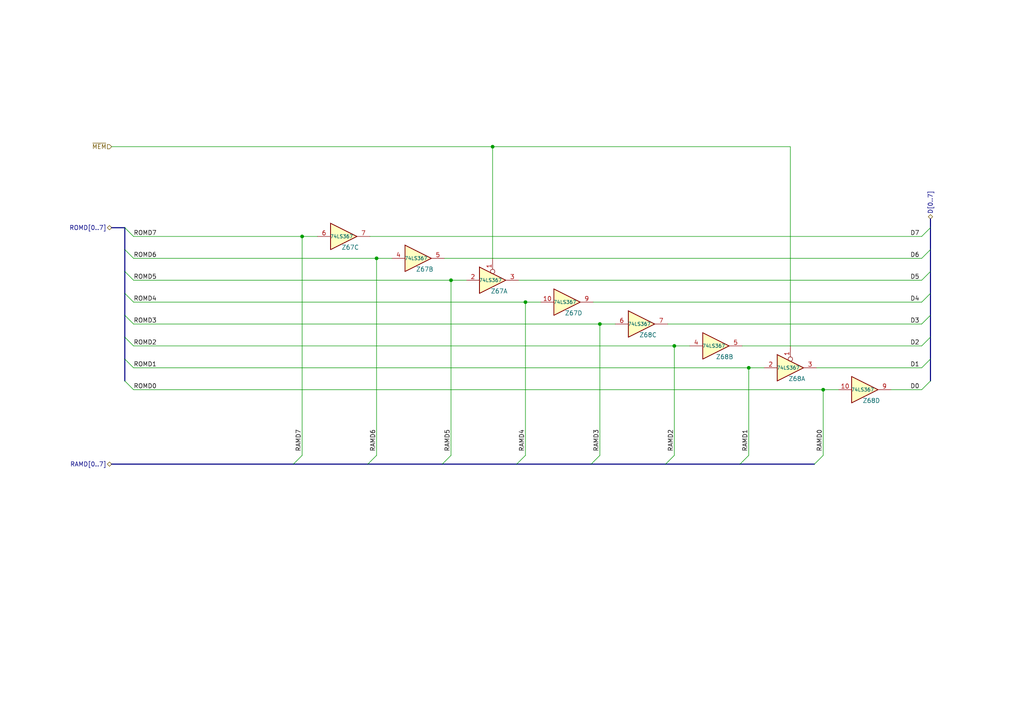
<source format=kicad_sch>
(kicad_sch (version 20230121) (generator eeschema)
  (paper "A4")
  (lib_symbols
    (symbol "RetroStackLibrary:74LS367_Split" (pin_names (offset 1.016))
      (property "Reference" "U" (at 0 1.27 0))
      (property "Value" "74LS367" (at 0 -1.27 0))
      (symbol "74LS367_Split_1_0"
        (polyline (pts (xy -3.81 3.81) (xy -3.81 -3.81) (xy 3.81 0) (xy -3.81 3.81)) (stroke (width 0.254)) (fill (type background)))
        (pin input inverted (at 0 6.35 270) (length 4.445) (name "~") (number "1"))
        (pin input line (at -7.62 0 0) (length 3.81) (name "~") (number "2"))
        (pin tri_state line (at 7.62 0 180) (length 3.81) (name "~") (number "3"))
      )
      (symbol "74LS367_Split_2_0"
        (polyline (pts (xy -3.81 3.81) (xy -3.81 -3.81) (xy 3.81 0) (xy -3.81 3.81)) (stroke (width 0.254)) (fill (type background)))
        (pin input line (at -7.62 0 0) (length 3.81) (name "~") (number "4"))
        (pin tri_state line (at 7.62 0 180) (length 3.81) (name "~") (number "5"))
      )
      (symbol "74LS367_Split_3_0"
        (polyline (pts (xy -3.81 3.81) (xy -3.81 -3.81) (xy 3.81 0) (xy -3.81 3.81)) (stroke (width 0.254)) (fill (type background)))
        (pin input line (at -7.62 0 0) (length 3.81) (name "~") (number "6"))
        (pin tri_state line (at 7.62 0 180) (length 3.81) (name "~") (number "7"))
      )
      (symbol "74LS367_Split_4_0"
        (polyline (pts (xy -3.81 3.81) (xy -3.81 -3.81) (xy 3.81 0) (xy -3.81 3.81)) (stroke (width 0.254)) (fill (type background)))
        (pin input line (at -7.62 0 0) (length 3.81) (name "~") (number "10"))
        (pin tri_state line (at 7.62 0 180) (length 3.81) (name "~") (number "9"))
      )
      (symbol "74LS367_Split_5_0"
        (polyline (pts (xy -3.175 -2.54) (xy -3.175 -10.16) (xy 4.445 -6.35) (xy -3.175 -2.54)) (stroke (width 0.254)) (fill (type background)))
        (pin tri_state line (at 8.255 -6.35 180) (length 3.81) (name "~") (number "11"))
        (pin input line (at -6.985 -6.35 0) (length 3.81) (name "~") (number "12"))
        (pin input inverted (at 0.635 0 270) (length 4.445) (name "~") (number "15"))
      )
      (symbol "74LS367_Split_6_0"
        (polyline (pts (xy -3.81 3.81) (xy -3.81 -3.81) (xy 3.81 0) (xy -3.81 3.81)) (stroke (width 0.254)) (fill (type background)))
        (pin tri_state line (at 7.62 0 180) (length 3.81) (name "~") (number "13"))
        (pin input line (at -7.62 0 0) (length 3.81) (name "~") (number "14"))
      )
      (symbol "74LS367_Split_7_0"
        (pin power_in line (at 0 1.905 270) (length 5.08) (name "VCC") (number "16"))
        (pin power_in line (at 0 -23.495 90) (length 5.08) (name "GND") (number "8"))
      )
      (symbol "74LS367_Split_7_1"
        (rectangle (start -5.08 -3.175) (end 5.08 -18.415) (stroke (width 0.254)) (fill (type background)))
      )
    )
  )
  (junction (at 130.81 81.28))
  (junction (at 109.22 74.93))
  (junction (at 195.58 100.33))
  (junction (at 142.875 42.545))
  (junction (at 238.76 113.03))
  (junction (at 173.99 93.98))
  (junction (at 217.17 106.68))
  (junction (at 152.4 87.63))
  (junction (at 87.63 68.58))
  (bus_entry (at 36.195 97.79) (size 2.54 2.54))
  (bus_entry (at 267.335 87.63) (size 2.54 -2.54))
  (bus_entry (at 267.335 106.68) (size 2.54 -2.54))
  (bus_entry (at 267.335 68.58) (size 2.54 -2.54))
  (bus_entry (at 36.195 91.44) (size 2.54 2.54))
  (bus_entry (at 238.76 132.08) (size -2.54 2.54))
  (bus_entry (at 130.81 132.08) (size -2.54 2.54))
  (bus_entry (at 217.17 132.08) (size -2.54 2.54))
  (bus_entry (at 38.735 68.58) (size -2.54 -2.54))
  (bus_entry (at 87.63 132.08) (size -2.54 2.54))
  (bus_entry (at 152.4 132.08) (size -2.54 2.54))
  (bus_entry (at 36.195 104.14) (size 2.54 2.54))
  (bus_entry (at 36.195 72.39) (size 2.54 2.54))
  (bus_entry (at 36.195 110.49) (size 2.54 2.54))
  (bus_entry (at 173.99 132.08) (size -2.54 2.54))
  (bus_entry (at 267.335 93.98) (size 2.54 -2.54))
  (bus_entry (at 267.335 113.03) (size 2.54 -2.54))
  (bus_entry (at 267.335 81.28) (size 2.54 -2.54))
  (bus_entry (at 195.58 132.08) (size -2.54 2.54))
  (bus_entry (at 36.195 85.09) (size 2.54 2.54))
  (bus_entry (at 36.195 78.74) (size 2.54 2.54))
  (bus_entry (at 109.22 132.08) (size -2.54 2.54))
  (bus_entry (at 267.335 100.33) (size 2.54 -2.54))
  (bus_entry (at 267.335 74.93) (size 2.54 -2.54))
  (wire (pts (xy 152.4 87.63) (xy 156.845 87.63)))
  (wire (pts (xy 258.445 113.03) (xy 267.335 113.03)))
  (bus (pts (xy 32.385 134.62) (xy 85.09 134.62)))
  (bus (pts (xy 269.875 85.09) (xy 269.875 78.74)))
  (bus (pts (xy 36.195 91.44) (xy 36.195 85.09)))
  (wire (pts (xy 217.17 106.68) (xy 217.17 132.08)))
  (wire (pts (xy 195.58 100.33) (xy 195.58 132.08)))
  (bus (pts (xy 36.195 104.14) (xy 36.195 97.79)))
  (wire (pts (xy 173.99 93.98) (xy 173.99 132.08)))
  (wire (pts (xy 38.735 74.93) (xy 109.22 74.93)))
  (wire (pts (xy 238.76 113.03) (xy 243.205 113.03)))
  (wire (pts (xy 38.735 87.63) (xy 152.4 87.63)))
  (bus (pts (xy 106.68 134.62) (xy 128.27 134.62)))
  (wire (pts (xy 229.235 100.33) (xy 229.235 42.545)))
  (bus (pts (xy 32.385 66.04) (xy 36.195 66.04)))
  (bus (pts (xy 171.45 134.62) (xy 193.04 134.62)))
  (wire (pts (xy 32.385 42.545) (xy 142.875 42.545)))
  (wire (pts (xy 217.17 106.68) (xy 221.615 106.68)))
  (wire (pts (xy 195.58 100.33) (xy 200.025 100.33)))
  (wire (pts (xy 109.22 74.93) (xy 113.665 74.93)))
  (bus (pts (xy 85.09 134.62) (xy 106.68 134.62)))
  (bus (pts (xy 36.195 97.79) (xy 36.195 91.44)))
  (bus (pts (xy 269.875 66.04) (xy 269.875 63.5)))
  (wire (pts (xy 38.735 106.68) (xy 217.17 106.68)))
  (bus (pts (xy 36.195 85.09) (xy 36.195 78.74)))
  (bus (pts (xy 269.875 97.79) (xy 269.875 91.44)))
  (bus (pts (xy 36.195 110.49) (xy 36.195 104.14)))
  (wire (pts (xy 152.4 87.63) (xy 152.4 132.08)))
  (bus (pts (xy 269.875 91.44) (xy 269.875 85.09)))
  (wire (pts (xy 130.81 81.28) (xy 130.81 132.08)))
  (wire (pts (xy 38.735 93.98) (xy 173.99 93.98)))
  (wire (pts (xy 173.99 93.98) (xy 178.435 93.98)))
  (wire (pts (xy 142.875 42.545) (xy 142.875 74.93)))
  (wire (pts (xy 236.855 106.68) (xy 267.335 106.68)))
  (bus (pts (xy 269.875 78.74) (xy 269.875 72.39)))
  (bus (pts (xy 36.195 72.39) (xy 36.195 66.04)))
  (wire (pts (xy 87.63 68.58) (xy 92.075 68.58)))
  (bus (pts (xy 128.27 134.62) (xy 149.86 134.62)))
  (wire (pts (xy 87.63 68.58) (xy 87.63 132.08)))
  (wire (pts (xy 150.495 81.28) (xy 267.335 81.28)))
  (wire (pts (xy 130.81 81.28) (xy 135.255 81.28)))
  (wire (pts (xy 193.675 93.98) (xy 267.335 93.98)))
  (wire (pts (xy 38.735 81.28) (xy 130.81 81.28)))
  (wire (pts (xy 38.735 100.33) (xy 195.58 100.33)))
  (bus (pts (xy 269.875 110.49) (xy 269.875 104.14)))
  (wire (pts (xy 229.235 42.545) (xy 142.875 42.545)))
  (wire (pts (xy 38.735 68.58) (xy 87.63 68.58)))
  (wire (pts (xy 38.735 113.03) (xy 238.76 113.03)))
  (wire (pts (xy 215.265 100.33) (xy 267.335 100.33)))
  (wire (pts (xy 172.085 87.63) (xy 267.335 87.63)))
  (bus (pts (xy 269.875 104.14) (xy 269.875 97.79)))
  (wire (pts (xy 107.315 68.58) (xy 267.335 68.58)))
  (wire (pts (xy 128.905 74.93) (xy 267.335 74.93)))
  (bus (pts (xy 36.195 78.74) (xy 36.195 72.39)))
  (bus (pts (xy 149.86 134.62) (xy 171.45 134.62)))
  (bus (pts (xy 193.04 134.62) (xy 214.63 134.62)))
  (bus (pts (xy 269.875 72.39) (xy 269.875 66.04)))
  (wire (pts (xy 109.22 74.93) (xy 109.22 132.08)))
  (wire (pts (xy 238.76 113.03) (xy 238.76 132.08)))
  (bus (pts (xy 214.63 134.62) (xy 236.22 134.62)))
  (label "D0" (at 266.7 113.03 180))
  (label "ROMD4" (at 38.735 87.63 0))
  (label "ROMD0" (at 38.735 113.03 0))
  (label "D2" (at 266.7 100.33 180))
  (label "RAMD4" (at 152.4 124.46 270))
  (label "D7" (at 266.7 68.58 180))
  (label "RAMD3" (at 173.99 124.46 270))
  (label "D3" (at 266.7 93.98 180))
  (label "ROMD6" (at 38.735 74.93 0))
  (label "RAMD2" (at 195.58 124.46 270))
  (label "ROMD7" (at 38.735 68.58 0))
  (label "RAMD0" (at 238.76 124.46 270))
  (label "RAMD1" (at 217.17 124.46 270))
  (label "D6" (at 266.7 74.93 180))
  (label "D1" (at 266.7 106.68 180))
  (label "ROMD2" (at 38.735 100.33 0))
  (label "D4" (at 266.7 87.63 180))
  (label "ROMD5" (at 38.735 81.28 0))
  (label "ROMD1" (at 38.735 106.68 0))
  (label "RAMD6" (at 109.22 124.46 270))
  (label "RAMD5" (at 130.81 124.46 270))
  (label "ROMD3" (at 38.735 93.98 0))
  (label "RAMD7" (at 87.63 124.46 270))
  (label "D5" (at 266.7 81.28 180))
  (hierarchical_label "D[0..7]" (shape bidirectional) (at 269.875 63.5 90))
  (hierarchical_label "RAMD[0..7]" (shape bidirectional) (at 32.385 134.62 180))
  (hierarchical_label "ROMD[0..7]" (shape bidirectional) (at 32.385 66.04 180))
  (hierarchical_label "~{MEM}" (shape input) (at 32.385 42.545 180))
  (symbol (lib_id "RetroStackLibrary:74LS367_Split") (at 99.695 68.58 0) (unit 3)
    (property "Reference" "Z67" (at 101.6 71.755 0))
    (property "Value" "74LS367" (at 99.06 68.58 0) (effects (font (size 1 1))))
    (property "Footprint" "RetroStackLibrary:TRS80_Model_I_DIP16" (effects hide))
    (property "Datasheet" "https://www.ti.com/lit/ds/symlink/sn74ls367a.pdf" (effects hide))
  )
  (symbol (lib_id "RetroStackLibrary:74LS367_Split") (at 164.465 87.63 0) (unit 4)
    (property "Reference" "Z67" (at 166.37 90.805 0))
    (property "Value" "74LS367" (at 163.83 87.63 0) (effects (font (size 1 1))))
    (property "Footprint" "RetroStackLibrary:TRS80_Model_I_DIP16" (effects hide))
    (property "Datasheet" "https://www.ti.com/lit/ds/symlink/sn74ls367a.pdf" (effects hide))
  )
  (symbol (lib_id "RetroStackLibrary:74LS367_Split") (at 121.285 74.93 0) (unit 2)
    (property "Reference" "Z67" (at 123.19 78.105 0))
    (property "Value" "74LS367" (at 120.65 74.93 0) (effects (font (size 1 1))))
    (property "Footprint" "RetroStackLibrary:TRS80_Model_I_DIP16" (effects hide))
    (property "Datasheet" "https://www.ti.com/lit/ds/symlink/sn74ls367a.pdf" (effects hide))
  )
  (symbol (lib_id "RetroStackLibrary:74LS367_Split") (at 207.645 100.33 0) (unit 2)
    (property "Reference" "Z68" (at 210.185 103.505 0))
    (property "Value" "74LS367" (at 207.01 100.33 0) (effects (font (size 1 1))))
    (property "Footprint" "RetroStackLibrary:TRS80_Model_I_DIP16" (effects hide))
    (property "Datasheet" "https://www.ti.com/lit/ds/symlink/sn74ls367a.pdf" (effects hide))
  )
  (symbol (lib_id "RetroStackLibrary:74LS367_Split") (at 142.875 81.28 0) (unit 1)
    (property "Reference" "Z67" (at 144.78 84.455 0))
    (property "Value" "74LS367" (at 142.24 81.28 0) (effects (font (size 1 1))))
    (property "Footprint" "RetroStackLibrary:TRS80_Model_I_DIP16" (effects hide))
    (property "Datasheet" "https://www.ti.com/lit/ds/symlink/sn74ls367a.pdf" (effects hide))
  )
  (symbol (lib_id "RetroStackLibrary:74LS367_Split") (at 250.825 113.03 0) (unit 4)
    (property "Reference" "Z68" (at 252.73 116.205 0))
    (property "Value" "74LS367" (at 250.19 113.03 0) (effects (font (size 1 1))))
    (property "Footprint" "RetroStackLibrary:TRS80_Model_I_DIP16" (effects hide))
    (property "Datasheet" "https://www.ti.com/lit/ds/symlink/sn74ls367a.pdf" (effects hide))
  )
  (symbol (lib_id "RetroStackLibrary:74LS367_Split") (at 186.055 93.98 0) (unit 3)
    (property "Reference" "Z68" (at 187.96 97.155 0))
    (property "Value" "74LS367" (at 185.42 93.98 0) (effects (font (size 1 1))))
    (property "Footprint" "RetroStackLibrary:TRS80_Model_I_DIP16" (effects hide))
    (property "Datasheet" "https://www.ti.com/lit/ds/symlink/sn74ls367a.pdf" (effects hide))
  )
  (symbol (lib_id "RetroStackLibrary:74LS367_Split") (at 229.235 106.68 0) (unit 1)
    (property "Reference" "Z68" (at 231.14 109.855 0))
    (property "Value" "74LS367" (at 228.6 106.68 0) (effects (font (size 1 1))))
    (property "Footprint" "RetroStackLibrary:TRS80_Model_I_DIP16" (effects hide))
    (property "Datasheet" "https://www.ti.com/lit/ds/symlink/sn74ls367a.pdf" (effects hide))
  )
)
</source>
